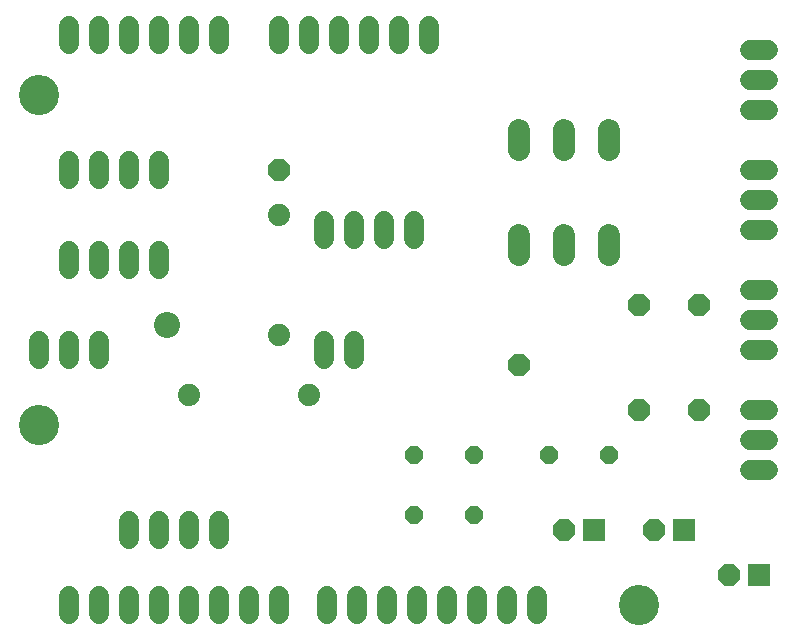
<source format=gbr>
G04 EAGLE Gerber X2 export*
%TF.Part,Single*%
%TF.FileFunction,Soldermask,Top,1*%
%TF.FilePolarity,Negative*%
%TF.GenerationSoftware,Autodesk,EAGLE,9.1.3*%
%TF.CreationDate,2018-09-07T19:45:19Z*%
G75*
%MOMM*%
%FSLAX34Y34*%
%LPD*%
%AMOC8*
5,1,8,0,0,1.08239X$1,22.5*%
G01*
%ADD10C,1.727200*%
%ADD11C,3.403200*%
%ADD12C,2.203200*%
%ADD13P,1.951982X8X22.500000*%
%ADD14C,1.879600*%
%ADD15C,1.879600*%
%ADD16P,1.649562X8X22.500000*%
%ADD17P,2.034460X8X22.500000*%
%ADD18R,1.879600X1.879600*%


D10*
X472440Y45720D02*
X472440Y30480D01*
X447040Y30480D02*
X447040Y45720D01*
X421640Y45720D02*
X421640Y30480D01*
X396240Y30480D02*
X396240Y45720D01*
X370840Y45720D02*
X370840Y30480D01*
X345440Y30480D02*
X345440Y45720D01*
X320040Y45720D02*
X320040Y30480D01*
X294640Y30480D02*
X294640Y45720D01*
X254000Y45720D02*
X254000Y30480D01*
X228600Y30480D02*
X228600Y45720D01*
X203200Y45720D02*
X203200Y30480D01*
X177800Y30480D02*
X177800Y45720D01*
X152400Y45720D02*
X152400Y30480D01*
X127000Y30480D02*
X127000Y45720D01*
X101600Y45720D02*
X101600Y30480D01*
X76200Y30480D02*
X76200Y45720D01*
X381000Y513080D02*
X381000Y528320D01*
X355600Y528320D02*
X355600Y513080D01*
X330200Y513080D02*
X330200Y528320D01*
X304800Y528320D02*
X304800Y513080D01*
X279400Y513080D02*
X279400Y528320D01*
X254000Y528320D02*
X254000Y513080D01*
X203200Y513080D02*
X203200Y528320D01*
X177800Y528320D02*
X177800Y513080D01*
X152400Y513080D02*
X152400Y528320D01*
X127000Y528320D02*
X127000Y513080D01*
X101600Y513080D02*
X101600Y528320D01*
X76200Y528320D02*
X76200Y513080D01*
D11*
X558800Y38100D03*
X50800Y190500D03*
X50800Y469900D03*
D12*
X159504Y274962D03*
D10*
X292100Y347980D02*
X292100Y363220D01*
X317500Y363220D02*
X317500Y347980D01*
X342900Y347980D02*
X342900Y363220D01*
X368300Y363220D02*
X368300Y347980D01*
X76200Y398780D02*
X76200Y414020D01*
X101600Y414020D02*
X101600Y398780D01*
X127000Y398780D02*
X127000Y414020D01*
X152400Y414020D02*
X152400Y398780D01*
X76200Y337820D02*
X76200Y322580D01*
X101600Y322580D02*
X101600Y337820D01*
X127000Y337820D02*
X127000Y322580D01*
X152400Y322580D02*
X152400Y337820D01*
D13*
X457200Y241300D03*
X254000Y406400D03*
D10*
X50800Y261620D02*
X50800Y246380D01*
X76200Y246380D02*
X76200Y261620D01*
X101600Y261620D02*
X101600Y246380D01*
X127000Y109220D02*
X127000Y93980D01*
X152400Y93980D02*
X152400Y109220D01*
X177800Y109220D02*
X177800Y93980D01*
X203200Y93980D02*
X203200Y109220D01*
X292100Y246380D02*
X292100Y261620D01*
X317500Y261620D02*
X317500Y246380D01*
D14*
X457200Y334518D02*
X457200Y351282D01*
X495300Y351282D02*
X495300Y334518D01*
X533400Y334518D02*
X533400Y351282D01*
X457200Y423418D02*
X457200Y440182D01*
X495300Y440182D02*
X495300Y423418D01*
X533400Y423418D02*
X533400Y440182D01*
D15*
X254000Y266700D03*
X254000Y368300D03*
X177800Y215900D03*
X279400Y215900D03*
D16*
X368300Y165100D03*
X419100Y165100D03*
X482600Y165100D03*
X533400Y165100D03*
X368300Y114300D03*
X419100Y114300D03*
D17*
X495300Y101600D03*
D18*
X520700Y101600D03*
D17*
X571500Y101600D03*
D18*
X596900Y101600D03*
D17*
X635000Y63500D03*
D18*
X660400Y63500D03*
D13*
X558800Y203200D03*
X609600Y203200D03*
X609600Y292100D03*
X558800Y292100D03*
D10*
X652780Y508000D02*
X668020Y508000D01*
X668020Y482600D02*
X652780Y482600D01*
X652780Y457200D02*
X668020Y457200D01*
X668020Y406400D02*
X652780Y406400D01*
X652780Y381000D02*
X668020Y381000D01*
X668020Y355600D02*
X652780Y355600D01*
X652780Y304800D02*
X668020Y304800D01*
X668020Y279400D02*
X652780Y279400D01*
X652780Y254000D02*
X668020Y254000D01*
X668020Y203200D02*
X652780Y203200D01*
X652780Y177800D02*
X668020Y177800D01*
X668020Y152400D02*
X652780Y152400D01*
M02*

</source>
